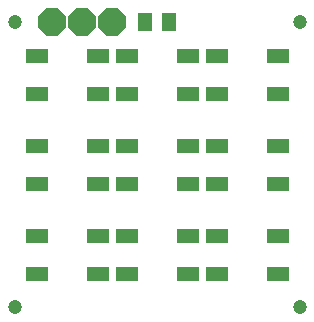
<source format=gbr>
G04 EAGLE Gerber RS-274X export*
G75*
%MOMM*%
%FSLAX34Y34*%
%LPD*%
%INSoldermask Top*%
%IPPOS*%
%AMOC8*
5,1,8,0,0,1.08239X$1,22.5*%
G01*
%ADD10C,1.203200*%
%ADD11P,2.556822X8X22.500000*%
%ADD12R,1.854200X1.203200*%
%ADD13R,1.303200X1.603200*%


D10*
X31750Y273050D03*
X31750Y31750D03*
X273050Y31750D03*
X273050Y273050D03*
D11*
X63500Y273050D03*
D12*
X50430Y244600D03*
X101970Y244600D03*
X101970Y212600D03*
X50430Y212600D03*
X178170Y212600D03*
X126630Y212600D03*
X126630Y244600D03*
X178170Y244600D03*
X202830Y244600D03*
X254370Y244600D03*
X254370Y212600D03*
X202830Y212600D03*
X50430Y168400D03*
X101970Y168400D03*
X101970Y136400D03*
X50430Y136400D03*
X178170Y136400D03*
X126630Y136400D03*
X126630Y168400D03*
X178170Y168400D03*
X202830Y168400D03*
X254370Y168400D03*
X254370Y136400D03*
X202830Y136400D03*
X50430Y92200D03*
X101970Y92200D03*
X101970Y60200D03*
X50430Y60200D03*
X178170Y60200D03*
X126630Y60200D03*
X126630Y92200D03*
X178170Y92200D03*
X202830Y92200D03*
X254370Y92200D03*
X254370Y60200D03*
X202830Y60200D03*
D11*
X88900Y273050D03*
X114300Y273050D03*
D13*
X162400Y273050D03*
X142400Y273050D03*
M02*

</source>
